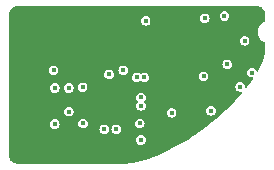
<source format=gbr>
%TF.GenerationSoftware,KiCad,Pcbnew,7.0.1*%
%TF.CreationDate,2024-01-06T01:51:29+00:00*%
%TF.ProjectId,rfid_module,72666964-5f6d-46f6-9475-6c652e6b6963,rev?*%
%TF.SameCoordinates,Original*%
%TF.FileFunction,Copper,L3,Inr*%
%TF.FilePolarity,Positive*%
%FSLAX46Y46*%
G04 Gerber Fmt 4.6, Leading zero omitted, Abs format (unit mm)*
G04 Created by KiCad (PCBNEW 7.0.1) date 2024-01-06 01:51:29*
%MOMM*%
%LPD*%
G01*
G04 APERTURE LIST*
%TA.AperFunction,ViaPad*%
%ADD10C,0.400000*%
%TD*%
G04 APERTURE END LIST*
D10*
%TO.N,GND*%
X111000000Y-64590000D03*
%TO.N,/RFID/RF_IN*%
X111625000Y-64625000D03*
%TO.N,GND*%
X108000000Y-67050000D03*
X113500000Y-58700000D03*
X95500000Y-63500000D03*
X97000000Y-57500000D03*
X115600000Y-56300000D03*
X104600000Y-56150000D03*
X97000000Y-60500000D03*
X97800000Y-61600000D03*
X97000000Y-65000000D03*
X99600000Y-65700000D03*
X94900000Y-67500000D03*
X95500000Y-57500000D03*
X95500000Y-59000000D03*
X98400000Y-63700000D03*
X106800000Y-64500000D03*
X105500000Y-59200000D03*
X115700000Y-59800000D03*
X104400000Y-65700000D03*
X97500000Y-68500000D03*
X101400000Y-61210000D03*
X95500000Y-65000000D03*
X95500000Y-60500000D03*
X97000000Y-62000000D03*
X106300000Y-67300000D03*
X103200000Y-63700000D03*
X101625000Y-59525000D03*
X97000000Y-63500000D03*
X103100000Y-66700000D03*
X95500000Y-62000000D03*
X97000000Y-59000000D03*
X110300000Y-60400000D03*
X100890000Y-57790000D03*
%TO.N,/RFID/AMP1_IN*%
X98400000Y-62700000D03*
%TO.N,+3V3*%
X98300000Y-61200000D03*
X114480000Y-58700000D03*
X106100000Y-57000000D03*
X108300000Y-64800000D03*
X105700000Y-64200000D03*
%TO.N,/RFID/1V65_UNREG*%
X105700000Y-63500000D03*
%TO.N,/RFID/SIGNAL_ENVELOPE*%
X98400000Y-65750000D03*
%TO.N,/RFID/AMP2_OUT*%
X102600000Y-66200000D03*
%TO.N,/RFID/AMP2_NEG*%
X100800000Y-65700000D03*
%TO.N,/RFID/AMP3_OUT*%
X103600000Y-66200000D03*
%TO.N,/RFID/AMP3_NEG*%
X105700000Y-67100000D03*
%TO.N,/RFID/RF_IN*%
X105600000Y-65700000D03*
%TO.N,+1V65*%
X99600000Y-64700000D03*
%TO.N,/RFID/SHDN*%
X103000000Y-61550000D03*
X104200000Y-61200000D03*
%TO.N,/RFID/AMP1_OUT*%
X100762250Y-62637750D03*
%TO.N,/RFID/AMP1_NEG*%
X99600000Y-62700000D03*
%TO.N,/Pogo Connector/SWDIO*%
X106000000Y-61800000D03*
%TO.N,/Pogo Connector/SWCLK*%
X105350000Y-61800000D03*
%TO.N,/Pogo Connector/LPUART1_TX*%
X112775108Y-56600000D03*
%TO.N,/RFID/PULL*%
X114102543Y-62595436D03*
%TO.N,/Pogo Connector/IRQN*%
X111000000Y-61700000D03*
%TO.N,/Pogo Connector/NRST*%
X113000000Y-60700000D03*
%TO.N,IOREF*%
X115100000Y-61400000D03*
%TO.N,/Pogo Connector/LPUART1_RX_1V8*%
X111100000Y-56800000D03*
%TD*%
%TA.AperFunction,Conductor*%
%TO.N,GND*%
G36*
X115479287Y-55769877D02*
G01*
X115491283Y-55769876D01*
X115491285Y-55769877D01*
X115535244Y-55769875D01*
X115542494Y-55770230D01*
X115668089Y-55782598D01*
X115682309Y-55785426D01*
X115799588Y-55821001D01*
X115812983Y-55826550D01*
X115921035Y-55884305D01*
X115921056Y-55884316D01*
X115933119Y-55892376D01*
X116027847Y-55970120D01*
X116038105Y-55980379D01*
X116115838Y-56075103D01*
X116123898Y-56087165D01*
X116181662Y-56195245D01*
X116187213Y-56208649D01*
X116222779Y-56325917D01*
X116225608Y-56340146D01*
X116238014Y-56466199D01*
X116238370Y-56473452D01*
X116238366Y-56528937D01*
X116238371Y-56528968D01*
X116238371Y-56991211D01*
X116236943Y-57005672D01*
X116233757Y-57021658D01*
X116233647Y-57022212D01*
X116222566Y-57048912D01*
X116217323Y-57056743D01*
X116196852Y-57077164D01*
X116182806Y-57086519D01*
X116169985Y-57093346D01*
X116122200Y-57113041D01*
X116121924Y-57113208D01*
X116107678Y-57119081D01*
X116090099Y-57126328D01*
X115934023Y-57230267D01*
X115801266Y-57362698D01*
X115696937Y-57518521D01*
X115625069Y-57691720D01*
X115588427Y-57875623D01*
X115588426Y-57969395D01*
X115588425Y-58063146D01*
X115600637Y-58124448D01*
X115625062Y-58247054D01*
X115696923Y-58420251D01*
X115696926Y-58420255D01*
X115801247Y-58576079D01*
X115934003Y-58708515D01*
X116090078Y-58812460D01*
X116122102Y-58825662D01*
X116122241Y-58825746D01*
X116132821Y-58830103D01*
X116132823Y-58830104D01*
X116170076Y-58845444D01*
X116182907Y-58852271D01*
X116196886Y-58861577D01*
X116217371Y-58882009D01*
X116222570Y-58889775D01*
X116233654Y-58916496D01*
X116236944Y-58933025D01*
X116238368Y-58947490D01*
X116238362Y-58970616D01*
X116238306Y-58973486D01*
X116224153Y-59335731D01*
X116223702Y-59341493D01*
X116181467Y-59700285D01*
X116180567Y-59705994D01*
X116110463Y-60060375D01*
X116109121Y-60065997D01*
X116011570Y-60413842D01*
X116009793Y-60419342D01*
X115885395Y-60758501D01*
X115883195Y-60763845D01*
X115732702Y-61092276D01*
X115730091Y-61097432D01*
X115625221Y-61285892D01*
X115597479Y-61314041D01*
X115559206Y-61323898D01*
X115521318Y-61312650D01*
X115494624Y-61283506D01*
X115489497Y-61273444D01*
X115431326Y-61159277D01*
X115340723Y-61068674D01*
X115226555Y-61010502D01*
X115100000Y-60990458D01*
X114973444Y-61010502D01*
X114859278Y-61068673D01*
X114768673Y-61159278D01*
X114710502Y-61273444D01*
X114695419Y-61368673D01*
X114690458Y-61400000D01*
X114710502Y-61526555D01*
X114768674Y-61640723D01*
X114859277Y-61731326D01*
X114973445Y-61789498D01*
X115100000Y-61809542D01*
X115131748Y-61804513D01*
X115174398Y-61810444D01*
X115206527Y-61839120D01*
X115217250Y-61880829D01*
X115202933Y-61921445D01*
X115124385Y-62028246D01*
X115123572Y-62029331D01*
X114893319Y-62330677D01*
X114892486Y-62331748D01*
X114874262Y-62354714D01*
X114657325Y-62628090D01*
X114656511Y-62629098D01*
X114643795Y-62644531D01*
X114603498Y-62669538D01*
X114556295Y-62664946D01*
X114521574Y-62632641D01*
X114517114Y-62606505D01*
X114513918Y-62607012D01*
X114512085Y-62595436D01*
X114492041Y-62468881D01*
X114433869Y-62354713D01*
X114343266Y-62264110D01*
X114229098Y-62205938D01*
X114102543Y-62185894D01*
X113975987Y-62205938D01*
X113861821Y-62264109D01*
X113771216Y-62354714D01*
X113713045Y-62468880D01*
X113713044Y-62468881D01*
X113713045Y-62468881D01*
X113693001Y-62595436D01*
X113713045Y-62721991D01*
X113771217Y-62836159D01*
X113861820Y-62926762D01*
X113975988Y-62984934D01*
X114102543Y-63004978D01*
X114183723Y-62992120D01*
X114227602Y-62998633D01*
X114259874Y-63029073D01*
X114268937Y-63072499D01*
X114251535Y-63113306D01*
X114170791Y-63207716D01*
X114169895Y-63208743D01*
X113920480Y-63489728D01*
X113919566Y-63490740D01*
X113665401Y-63766664D01*
X113664466Y-63767660D01*
X113405784Y-64038285D01*
X113404830Y-64039265D01*
X113141719Y-64304530D01*
X113140745Y-64305494D01*
X112873221Y-64565402D01*
X112872228Y-64566349D01*
X112600419Y-64820792D01*
X112599407Y-64821722D01*
X112323259Y-65070767D01*
X112322227Y-65071680D01*
X112042002Y-65315098D01*
X112040952Y-65315993D01*
X111756609Y-65553834D01*
X111755540Y-65554711D01*
X111467203Y-65786873D01*
X111466116Y-65787732D01*
X111173847Y-66014177D01*
X111172741Y-66015017D01*
X110876588Y-66235702D01*
X110875465Y-66236523D01*
X110575536Y-66451373D01*
X110574395Y-66452174D01*
X110270774Y-66661125D01*
X110269615Y-66661907D01*
X109962286Y-66864965D01*
X109961110Y-66865726D01*
X109650321Y-67062718D01*
X109649127Y-67063459D01*
X109334792Y-67254435D01*
X109333582Y-67255154D01*
X109015959Y-67439946D01*
X109014732Y-67440645D01*
X108693613Y-67619361D01*
X108692370Y-67620037D01*
X108368123Y-67792457D01*
X108366864Y-67793111D01*
X108039406Y-67959265D01*
X108038131Y-67959897D01*
X107707566Y-68119711D01*
X107706276Y-68120319D01*
X107372702Y-68273729D01*
X107371397Y-68274314D01*
X107034843Y-68421281D01*
X107033523Y-68421842D01*
X106694131Y-68562282D01*
X106692798Y-68562819D01*
X106350531Y-68696722D01*
X106349183Y-68697234D01*
X106005342Y-68824087D01*
X106002254Y-68825149D01*
X105698314Y-68922277D01*
X105693420Y-68923658D01*
X105384695Y-68999396D01*
X105379718Y-69000437D01*
X105066534Y-69054790D01*
X105061496Y-69055487D01*
X104745306Y-69088204D01*
X104740233Y-69088553D01*
X104421240Y-69099521D01*
X104418697Y-69099565D01*
X95223664Y-69099565D01*
X95216409Y-69099208D01*
X95091470Y-69086899D01*
X95077243Y-69084069D01*
X94959971Y-69048494D01*
X94946569Y-69042943D01*
X94838483Y-68985169D01*
X94826428Y-68977114D01*
X94731687Y-68899361D01*
X94721441Y-68889115D01*
X94643687Y-68794373D01*
X94635630Y-68782315D01*
X94577859Y-68674233D01*
X94572308Y-68660833D01*
X94542573Y-68562819D01*
X94536729Y-68543557D01*
X94533901Y-68529342D01*
X94521545Y-68403926D01*
X94521190Y-68396672D01*
X94521190Y-67100000D01*
X105290458Y-67100000D01*
X105310502Y-67226555D01*
X105368674Y-67340723D01*
X105459277Y-67431326D01*
X105573445Y-67489498D01*
X105700000Y-67509542D01*
X105826555Y-67489498D01*
X105940723Y-67431326D01*
X106031326Y-67340723D01*
X106089498Y-67226555D01*
X106109542Y-67100000D01*
X106089498Y-66973445D01*
X106031326Y-66859277D01*
X105940723Y-66768674D01*
X105826555Y-66710502D01*
X105700000Y-66690458D01*
X105573444Y-66710502D01*
X105459278Y-66768673D01*
X105368673Y-66859278D01*
X105310502Y-66973444D01*
X105310501Y-66973445D01*
X105310502Y-66973445D01*
X105290458Y-67100000D01*
X94521190Y-67100000D01*
X94521190Y-66200000D01*
X102190458Y-66200000D01*
X102210502Y-66326555D01*
X102268674Y-66440723D01*
X102359277Y-66531326D01*
X102473445Y-66589498D01*
X102600000Y-66609542D01*
X102726555Y-66589498D01*
X102840723Y-66531326D01*
X102931326Y-66440723D01*
X102989498Y-66326555D01*
X103009542Y-66200000D01*
X103190458Y-66200000D01*
X103210502Y-66326555D01*
X103268674Y-66440723D01*
X103359277Y-66531326D01*
X103473445Y-66589498D01*
X103600000Y-66609542D01*
X103726555Y-66589498D01*
X103840723Y-66531326D01*
X103931326Y-66440723D01*
X103989498Y-66326555D01*
X104009542Y-66200000D01*
X103989498Y-66073445D01*
X103931326Y-65959277D01*
X103840723Y-65868674D01*
X103726555Y-65810502D01*
X103600000Y-65790458D01*
X103473444Y-65810502D01*
X103359278Y-65868673D01*
X103268673Y-65959278D01*
X103210502Y-66073444D01*
X103200040Y-66139497D01*
X103190458Y-66200000D01*
X103009542Y-66200000D01*
X102989498Y-66073445D01*
X102931326Y-65959277D01*
X102840723Y-65868674D01*
X102726555Y-65810502D01*
X102600000Y-65790458D01*
X102473444Y-65810502D01*
X102359278Y-65868673D01*
X102268673Y-65959278D01*
X102210502Y-66073444D01*
X102200040Y-66139497D01*
X102190458Y-66200000D01*
X94521190Y-66200000D01*
X94521190Y-65750000D01*
X97990458Y-65750000D01*
X98010502Y-65876555D01*
X98068674Y-65990723D01*
X98159277Y-66081326D01*
X98273445Y-66139498D01*
X98400000Y-66159542D01*
X98526555Y-66139498D01*
X98640723Y-66081326D01*
X98731326Y-65990723D01*
X98789498Y-65876555D01*
X98809542Y-65750000D01*
X98801623Y-65700000D01*
X100390458Y-65700000D01*
X100410502Y-65826555D01*
X100468674Y-65940723D01*
X100559277Y-66031326D01*
X100673445Y-66089498D01*
X100800000Y-66109542D01*
X100926555Y-66089498D01*
X101040723Y-66031326D01*
X101131326Y-65940723D01*
X101189498Y-65826555D01*
X101209542Y-65700000D01*
X105190458Y-65700000D01*
X105210502Y-65826555D01*
X105268674Y-65940723D01*
X105359277Y-66031326D01*
X105473445Y-66089498D01*
X105600000Y-66109542D01*
X105726555Y-66089498D01*
X105840723Y-66031326D01*
X105931326Y-65940723D01*
X105989498Y-65826555D01*
X106009542Y-65700000D01*
X105989498Y-65573445D01*
X105931326Y-65459277D01*
X105840723Y-65368674D01*
X105726555Y-65310502D01*
X105600000Y-65290458D01*
X105473444Y-65310502D01*
X105359278Y-65368673D01*
X105268673Y-65459278D01*
X105210502Y-65573444D01*
X105210501Y-65573445D01*
X105210502Y-65573445D01*
X105190458Y-65700000D01*
X101209542Y-65700000D01*
X101189498Y-65573445D01*
X101131326Y-65459277D01*
X101040723Y-65368674D01*
X100926555Y-65310502D01*
X100800000Y-65290458D01*
X100673444Y-65310502D01*
X100559278Y-65368673D01*
X100468673Y-65459278D01*
X100410502Y-65573444D01*
X100410501Y-65573445D01*
X100410502Y-65573445D01*
X100390458Y-65700000D01*
X98801623Y-65700000D01*
X98789498Y-65623445D01*
X98731326Y-65509277D01*
X98640723Y-65418674D01*
X98526555Y-65360502D01*
X98400000Y-65340458D01*
X98273444Y-65360502D01*
X98159278Y-65418673D01*
X98068673Y-65509278D01*
X98010502Y-65623444D01*
X98010501Y-65623445D01*
X98010502Y-65623445D01*
X97990458Y-65750000D01*
X94521190Y-65750000D01*
X94521190Y-64700000D01*
X99190458Y-64700000D01*
X99210502Y-64826555D01*
X99268674Y-64940723D01*
X99359277Y-65031326D01*
X99473445Y-65089498D01*
X99600000Y-65109542D01*
X99726555Y-65089498D01*
X99840723Y-65031326D01*
X99931326Y-64940723D01*
X99989498Y-64826555D01*
X99993704Y-64800000D01*
X107890458Y-64800000D01*
X107910502Y-64926555D01*
X107968674Y-65040723D01*
X108059277Y-65131326D01*
X108173445Y-65189498D01*
X108300000Y-65209542D01*
X108426555Y-65189498D01*
X108540723Y-65131326D01*
X108631326Y-65040723D01*
X108689498Y-64926555D01*
X108709542Y-64800000D01*
X108689498Y-64673445D01*
X108664814Y-64625000D01*
X111215458Y-64625000D01*
X111235502Y-64751555D01*
X111293674Y-64865723D01*
X111384277Y-64956326D01*
X111498445Y-65014498D01*
X111625000Y-65034542D01*
X111751555Y-65014498D01*
X111865723Y-64956326D01*
X111956326Y-64865723D01*
X112014498Y-64751555D01*
X112034542Y-64625000D01*
X112014498Y-64498445D01*
X111956326Y-64384277D01*
X111865723Y-64293674D01*
X111751555Y-64235502D01*
X111625000Y-64215458D01*
X111498444Y-64235502D01*
X111384278Y-64293673D01*
X111293673Y-64384278D01*
X111235502Y-64498444D01*
X111223623Y-64573445D01*
X111215458Y-64625000D01*
X108664814Y-64625000D01*
X108631326Y-64559277D01*
X108540723Y-64468674D01*
X108426555Y-64410502D01*
X108300000Y-64390458D01*
X108173444Y-64410502D01*
X108059278Y-64468673D01*
X107968673Y-64559278D01*
X107910502Y-64673444D01*
X107910501Y-64673445D01*
X107910502Y-64673445D01*
X107890458Y-64800000D01*
X99993704Y-64800000D01*
X100009542Y-64700000D01*
X99989498Y-64573445D01*
X99931326Y-64459277D01*
X99840723Y-64368674D01*
X99726555Y-64310502D01*
X99600000Y-64290458D01*
X99473444Y-64310502D01*
X99359278Y-64368673D01*
X99268673Y-64459278D01*
X99210502Y-64573444D01*
X99202336Y-64625000D01*
X99190458Y-64700000D01*
X94521190Y-64700000D01*
X94521190Y-64200000D01*
X105290458Y-64200000D01*
X105310502Y-64326555D01*
X105368674Y-64440723D01*
X105459277Y-64531326D01*
X105573445Y-64589498D01*
X105700000Y-64609542D01*
X105826555Y-64589498D01*
X105940723Y-64531326D01*
X106031326Y-64440723D01*
X106089498Y-64326555D01*
X106109542Y-64200000D01*
X106089498Y-64073445D01*
X106031326Y-63959277D01*
X105974372Y-63902323D01*
X105955221Y-63869153D01*
X105955221Y-63830847D01*
X105974372Y-63797676D01*
X106031326Y-63740723D01*
X106089498Y-63626555D01*
X106109542Y-63500000D01*
X106089498Y-63373445D01*
X106031326Y-63259277D01*
X105940723Y-63168674D01*
X105826555Y-63110502D01*
X105700000Y-63090458D01*
X105573444Y-63110502D01*
X105459278Y-63168673D01*
X105368673Y-63259278D01*
X105310502Y-63373444D01*
X105310501Y-63373445D01*
X105310502Y-63373445D01*
X105290458Y-63500000D01*
X105310502Y-63626555D01*
X105368674Y-63740723D01*
X105425624Y-63797673D01*
X105425625Y-63797674D01*
X105444778Y-63830848D01*
X105444778Y-63869152D01*
X105425625Y-63902326D01*
X105368674Y-63959277D01*
X105310502Y-64073444D01*
X105310501Y-64073445D01*
X105310502Y-64073445D01*
X105290458Y-64200000D01*
X94521190Y-64200000D01*
X94521190Y-62700000D01*
X97990458Y-62700000D01*
X98010502Y-62826555D01*
X98068674Y-62940723D01*
X98159277Y-63031326D01*
X98273445Y-63089498D01*
X98400000Y-63109542D01*
X98526555Y-63089498D01*
X98640723Y-63031326D01*
X98731326Y-62940723D01*
X98789498Y-62826555D01*
X98809542Y-62700000D01*
X99190458Y-62700000D01*
X99210502Y-62826555D01*
X99268674Y-62940723D01*
X99359277Y-63031326D01*
X99473445Y-63089498D01*
X99600000Y-63109542D01*
X99726555Y-63089498D01*
X99840723Y-63031326D01*
X99931326Y-62940723D01*
X99989498Y-62826555D01*
X100009542Y-62700000D01*
X99999683Y-62637750D01*
X100352708Y-62637750D01*
X100372752Y-62764305D01*
X100430924Y-62878473D01*
X100521527Y-62969076D01*
X100635695Y-63027248D01*
X100762250Y-63047292D01*
X100888805Y-63027248D01*
X101002973Y-62969076D01*
X101093576Y-62878473D01*
X101151748Y-62764305D01*
X101171792Y-62637750D01*
X101151748Y-62511195D01*
X101093576Y-62397027D01*
X101002973Y-62306424D01*
X100888805Y-62248252D01*
X100762250Y-62228208D01*
X100635694Y-62248252D01*
X100521528Y-62306423D01*
X100430923Y-62397028D01*
X100372752Y-62511194D01*
X100372751Y-62511195D01*
X100372752Y-62511195D01*
X100352708Y-62637750D01*
X99999683Y-62637750D01*
X99989498Y-62573445D01*
X99931326Y-62459277D01*
X99840723Y-62368674D01*
X99726555Y-62310502D01*
X99600000Y-62290458D01*
X99473444Y-62310502D01*
X99359278Y-62368673D01*
X99268673Y-62459278D01*
X99210502Y-62573444D01*
X99201126Y-62632641D01*
X99190458Y-62700000D01*
X98809542Y-62700000D01*
X98789498Y-62573445D01*
X98731326Y-62459277D01*
X98640723Y-62368674D01*
X98526555Y-62310502D01*
X98400000Y-62290458D01*
X98273444Y-62310502D01*
X98159278Y-62368673D01*
X98068673Y-62459278D01*
X98010502Y-62573444D01*
X98001126Y-62632641D01*
X97990458Y-62700000D01*
X94521190Y-62700000D01*
X94521190Y-61200000D01*
X97890458Y-61200000D01*
X97910502Y-61326555D01*
X97968674Y-61440723D01*
X98059277Y-61531326D01*
X98173445Y-61589498D01*
X98300000Y-61609542D01*
X98426555Y-61589498D01*
X98504074Y-61550000D01*
X102590458Y-61550000D01*
X102610502Y-61676555D01*
X102668674Y-61790723D01*
X102759277Y-61881326D01*
X102873445Y-61939498D01*
X103000000Y-61959542D01*
X103126555Y-61939498D01*
X103240723Y-61881326D01*
X103322049Y-61800000D01*
X104940458Y-61800000D01*
X104960502Y-61926555D01*
X105018674Y-62040723D01*
X105109277Y-62131326D01*
X105223445Y-62189498D01*
X105350000Y-62209542D01*
X105476555Y-62189498D01*
X105590723Y-62131326D01*
X105622676Y-62099372D01*
X105655847Y-62080221D01*
X105694153Y-62080221D01*
X105727323Y-62099372D01*
X105759277Y-62131326D01*
X105873445Y-62189498D01*
X106000000Y-62209542D01*
X106126555Y-62189498D01*
X106240723Y-62131326D01*
X106331326Y-62040723D01*
X106389498Y-61926555D01*
X106409542Y-61800000D01*
X106393704Y-61700000D01*
X110590458Y-61700000D01*
X110610502Y-61826555D01*
X110668674Y-61940723D01*
X110759277Y-62031326D01*
X110873445Y-62089498D01*
X111000000Y-62109542D01*
X111126555Y-62089498D01*
X111240723Y-62031326D01*
X111331326Y-61940723D01*
X111389498Y-61826555D01*
X111409542Y-61700000D01*
X111389498Y-61573445D01*
X111331326Y-61459277D01*
X111240723Y-61368674D01*
X111126555Y-61310502D01*
X111000000Y-61290458D01*
X110873444Y-61310502D01*
X110759278Y-61368673D01*
X110668673Y-61459278D01*
X110610502Y-61573444D01*
X110610501Y-61573445D01*
X110610502Y-61573445D01*
X110590458Y-61700000D01*
X106393704Y-61700000D01*
X106389498Y-61673445D01*
X106331326Y-61559277D01*
X106240723Y-61468674D01*
X106126555Y-61410502D01*
X106000000Y-61390458D01*
X105873444Y-61410502D01*
X105759277Y-61468674D01*
X105727325Y-61500626D01*
X105694152Y-61519778D01*
X105655848Y-61519778D01*
X105622675Y-61500626D01*
X105590723Y-61468674D01*
X105476555Y-61410502D01*
X105350000Y-61390458D01*
X105223444Y-61410502D01*
X105109278Y-61468673D01*
X105018673Y-61559278D01*
X104960502Y-61673444D01*
X104951335Y-61731326D01*
X104940458Y-61800000D01*
X103322049Y-61800000D01*
X103331326Y-61790723D01*
X103389498Y-61676555D01*
X103409542Y-61550000D01*
X103389498Y-61423445D01*
X103331326Y-61309277D01*
X103240723Y-61218674D01*
X103204074Y-61200000D01*
X103790458Y-61200000D01*
X103810502Y-61326555D01*
X103868674Y-61440723D01*
X103959277Y-61531326D01*
X104073445Y-61589498D01*
X104200000Y-61609542D01*
X104326555Y-61589498D01*
X104440723Y-61531326D01*
X104531326Y-61440723D01*
X104589498Y-61326555D01*
X104609542Y-61200000D01*
X104589498Y-61073445D01*
X104531326Y-60959277D01*
X104440723Y-60868674D01*
X104326555Y-60810502D01*
X104200000Y-60790458D01*
X104073444Y-60810502D01*
X103959278Y-60868673D01*
X103868673Y-60959278D01*
X103810502Y-61073444D01*
X103807103Y-61094904D01*
X103790458Y-61200000D01*
X103204074Y-61200000D01*
X103126555Y-61160502D01*
X103000000Y-61140458D01*
X102873444Y-61160502D01*
X102759278Y-61218673D01*
X102668673Y-61309278D01*
X102610502Y-61423444D01*
X102598278Y-61500626D01*
X102590458Y-61550000D01*
X98504074Y-61550000D01*
X98540723Y-61531326D01*
X98631326Y-61440723D01*
X98689498Y-61326555D01*
X98709542Y-61200000D01*
X98689498Y-61073445D01*
X98631326Y-60959277D01*
X98540723Y-60868674D01*
X98426555Y-60810502D01*
X98300000Y-60790458D01*
X98173444Y-60810502D01*
X98059278Y-60868673D01*
X97968673Y-60959278D01*
X97910502Y-61073444D01*
X97907103Y-61094904D01*
X97890458Y-61200000D01*
X94521190Y-61200000D01*
X94521190Y-60700000D01*
X112590458Y-60700000D01*
X112610502Y-60826555D01*
X112668674Y-60940723D01*
X112759277Y-61031326D01*
X112873445Y-61089498D01*
X113000000Y-61109542D01*
X113126555Y-61089498D01*
X113240723Y-61031326D01*
X113331326Y-60940723D01*
X113389498Y-60826555D01*
X113409542Y-60700000D01*
X113389498Y-60573445D01*
X113331326Y-60459277D01*
X113240723Y-60368674D01*
X113126555Y-60310502D01*
X113000000Y-60290458D01*
X112873444Y-60310502D01*
X112759278Y-60368673D01*
X112668673Y-60459278D01*
X112610502Y-60573444D01*
X112610501Y-60573445D01*
X112610502Y-60573445D01*
X112590458Y-60700000D01*
X94521190Y-60700000D01*
X94521190Y-58700000D01*
X114070458Y-58700000D01*
X114090502Y-58826555D01*
X114148674Y-58940723D01*
X114239277Y-59031326D01*
X114353445Y-59089498D01*
X114480000Y-59109542D01*
X114606555Y-59089498D01*
X114720723Y-59031326D01*
X114811326Y-58940723D01*
X114869498Y-58826555D01*
X114889542Y-58700000D01*
X114869498Y-58573445D01*
X114811326Y-58459277D01*
X114720723Y-58368674D01*
X114606555Y-58310502D01*
X114480000Y-58290458D01*
X114353444Y-58310502D01*
X114239278Y-58368673D01*
X114148673Y-58459278D01*
X114090502Y-58573444D01*
X114090501Y-58573445D01*
X114090502Y-58573445D01*
X114070458Y-58700000D01*
X94521190Y-58700000D01*
X94521190Y-57000000D01*
X105690458Y-57000000D01*
X105710502Y-57126555D01*
X105768674Y-57240723D01*
X105859277Y-57331326D01*
X105973445Y-57389498D01*
X106100000Y-57409542D01*
X106226555Y-57389498D01*
X106340723Y-57331326D01*
X106431326Y-57240723D01*
X106489498Y-57126555D01*
X106509542Y-57000000D01*
X106489498Y-56873445D01*
X106452076Y-56800000D01*
X110690458Y-56800000D01*
X110710502Y-56926555D01*
X110768674Y-57040723D01*
X110859277Y-57131326D01*
X110973445Y-57189498D01*
X111100000Y-57209542D01*
X111226555Y-57189498D01*
X111340723Y-57131326D01*
X111431326Y-57040723D01*
X111489498Y-56926555D01*
X111509542Y-56800000D01*
X111489498Y-56673445D01*
X111452076Y-56600000D01*
X112365566Y-56600000D01*
X112385610Y-56726555D01*
X112443782Y-56840723D01*
X112534385Y-56931326D01*
X112648553Y-56989498D01*
X112775108Y-57009542D01*
X112901663Y-56989498D01*
X113015831Y-56931326D01*
X113106434Y-56840723D01*
X113164606Y-56726555D01*
X113184650Y-56600000D01*
X113164606Y-56473445D01*
X113106434Y-56359277D01*
X113015831Y-56268674D01*
X112901663Y-56210502D01*
X112775108Y-56190458D01*
X112648552Y-56210502D01*
X112534386Y-56268673D01*
X112443781Y-56359278D01*
X112385610Y-56473444D01*
X112372015Y-56559278D01*
X112365566Y-56600000D01*
X111452076Y-56600000D01*
X111431326Y-56559277D01*
X111340723Y-56468674D01*
X111226555Y-56410502D01*
X111100000Y-56390458D01*
X110973444Y-56410502D01*
X110859278Y-56468673D01*
X110768673Y-56559278D01*
X110710502Y-56673444D01*
X110710501Y-56673445D01*
X110710502Y-56673445D01*
X110690458Y-56800000D01*
X106452076Y-56800000D01*
X106431326Y-56759277D01*
X106340723Y-56668674D01*
X106226555Y-56610502D01*
X106100000Y-56590458D01*
X105973444Y-56610502D01*
X105859278Y-56668673D01*
X105768673Y-56759278D01*
X105710502Y-56873444D01*
X105710501Y-56873445D01*
X105710502Y-56873445D01*
X105690458Y-57000000D01*
X94521190Y-57000000D01*
X94521190Y-56472452D01*
X94521547Y-56465196D01*
X94531224Y-56366987D01*
X94533869Y-56340146D01*
X94536698Y-56325925D01*
X94536701Y-56325917D01*
X94572277Y-56208646D01*
X94577828Y-56195248D01*
X94577830Y-56195245D01*
X94635603Y-56087161D01*
X94643655Y-56075109D01*
X94721412Y-55980363D01*
X94731657Y-55970118D01*
X94826403Y-55892359D01*
X94838450Y-55884309D01*
X94946544Y-55826529D01*
X94959926Y-55820984D01*
X95077218Y-55785399D01*
X95091440Y-55782570D01*
X95216636Y-55770232D01*
X95223895Y-55769875D01*
X115479269Y-55769875D01*
X115479287Y-55769877D01*
G37*
%TD.AperFunction*%
%TD*%
M02*

</source>
